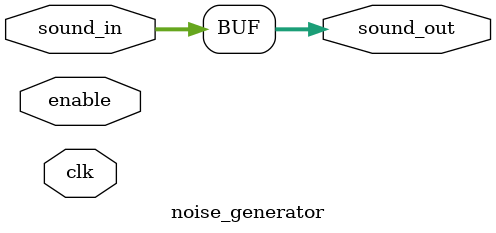
<source format=v>
module noise_generator(clk,enable,sound_in,sound_out);

	input clk, enable;
	input [23:0] sound_in;
	output [23:0] sound_out;
	
	/*reg [23:0] counter ;
	
	always @(posedge clk) begin
	if(enable) begin
		counter <= sound_in + 12'b101010101011;
	end	
	end*/
	
	//assign sound_out = {{10{counter[2]}},{3{counter[1]}},11'd255};
	assign sound_out = sound_in;
	
	endmodule
</source>
